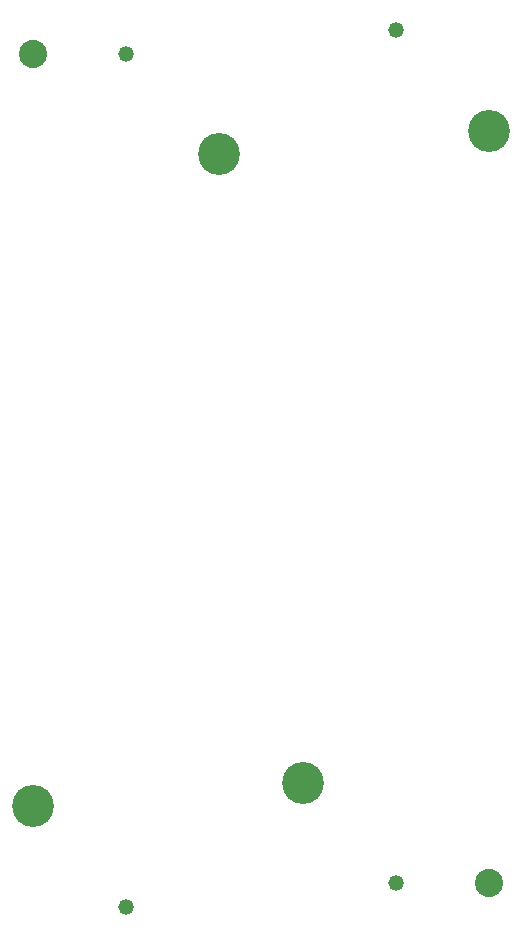
<source format=gbr>
%TF.GenerationSoftware,Altium Limited,Altium Designer,20.0.13 (296)*%
G04 Layer_Color=0*
%FSLAX26Y26*%
%MOIN*%
%TF.FileFunction,NonPlated,1,2,NPTH,Drill*%
%TF.Part,Single*%
G01*
G75*
%TA.AperFunction,ComponentDrill*%
%ADD43C,0.139764*%
%ADD44C,0.051968*%
%ADD45C,0.094094*%
D43*
X1659842Y2715595D02*
D03*
X1040158Y542366D02*
D03*
X140157Y463386D02*
D03*
X759842Y2636614D02*
D03*
D44*
X1350000Y3050634D02*
D03*
Y207327D02*
D03*
X450000Y128346D02*
D03*
Y2971653D02*
D03*
D45*
X1659842Y207327D02*
D03*
X140157Y2971653D02*
D03*
%TF.MD5,9efba3d5ce950b8afc349e1fada3a3c9*%
M02*

</source>
